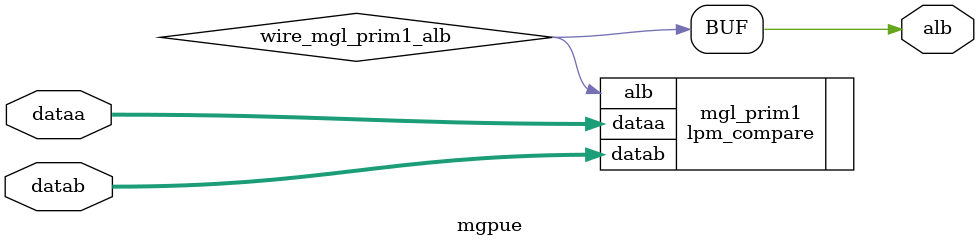
<source format=v>






//synthesis_resources = lpm_compare 1 
//synopsys translate_off
`timescale 1 ps / 1 ps
//synopsys translate_on
module  mgpue
	( 
	alb,
	dataa,
	datab) /* synthesis synthesis_clearbox=1 */;
	output   alb;
	input   [19:0]  dataa;
	input   [19:0]  datab;

	wire  wire_mgl_prim1_alb;

	lpm_compare   mgl_prim1
	( 
	.alb(wire_mgl_prim1_alb),
	.dataa(dataa),
	.datab(datab));
	defparam
		mgl_prim1.lpm_representation = "UNSIGNED",
		mgl_prim1.lpm_type = "LPM_COMPARE",
		mgl_prim1.lpm_width = 20,
		mgl_prim1.lpm_hint = "ONE_INPUT_IS_CONSTANT=YES";
	assign
		alb = wire_mgl_prim1_alb;
endmodule //mgpue
//VALID FILE

</source>
